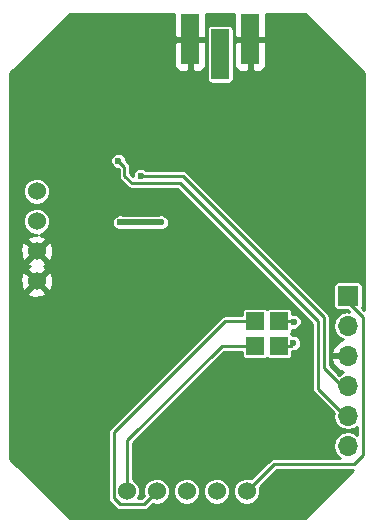
<source format=gbr>
G04 #@! TF.FileFunction,Copper,L2,Bot,Signal*
%FSLAX46Y46*%
G04 Gerber Fmt 4.6, Leading zero omitted, Abs format (unit mm)*
G04 Created by KiCad (PCBNEW 4.0.7-e2-6376~58~ubuntu16.04.1) date Tue Dec  5 16:58:08 2017*
%MOMM*%
%LPD*%
G01*
G04 APERTURE LIST*
%ADD10C,0.100000*%
%ADD11R,1.500000X4.200000*%
%ADD12C,1.524000*%
%ADD13R,1.524000X1.524000*%
%ADD14R,1.700000X1.700000*%
%ADD15O,1.700000X1.700000*%
%ADD16C,0.600000*%
%ADD17C,0.500000*%
%ADD18C,0.250000*%
%ADD19C,0.254000*%
G04 APERTURE END LIST*
D10*
D11*
X144881600Y-79502000D03*
X147421600Y-80772000D03*
X149961600Y-79502000D03*
D12*
X131902200Y-92354400D03*
X131902200Y-94894400D03*
X131902200Y-97434400D03*
X131902200Y-99974400D03*
X139522200Y-117754400D03*
X142062200Y-117754400D03*
X144602200Y-117754400D03*
X147142200Y-117754400D03*
X149682200Y-117754400D03*
D13*
X152384000Y-103378000D03*
X150384000Y-103378000D03*
X152384000Y-105435400D03*
X150384000Y-105435400D03*
D14*
X158242000Y-101219000D03*
D15*
X158242000Y-103759000D03*
X158242000Y-106299000D03*
X158242000Y-108839000D03*
X158242000Y-111379000D03*
X158242000Y-113919000D03*
D16*
X138963400Y-94996000D03*
X142392400Y-94996000D03*
X153644600Y-103403400D03*
X153593800Y-105232200D03*
X140716000Y-91059000D03*
X138811000Y-89789000D03*
D17*
X142392400Y-94996000D02*
X138963400Y-94996000D01*
D18*
X153619200Y-103378000D02*
X151955500Y-103378000D01*
X153644600Y-103403400D02*
X153619200Y-103378000D01*
X142062200Y-117754400D02*
X142062200Y-117779800D01*
X142062200Y-117779800D02*
X140970000Y-118872000D01*
X140970000Y-118872000D02*
X138938000Y-118872000D01*
X138938000Y-118872000D02*
X138430000Y-118364000D01*
X138430000Y-118364000D02*
X138430000Y-112776000D01*
X138430000Y-112776000D02*
X147828000Y-103378000D01*
X147828000Y-103378000D02*
X150384000Y-103378000D01*
X151955500Y-105435400D02*
X153390600Y-105435400D01*
X153390600Y-105435400D02*
X153593800Y-105232200D01*
X139522200Y-117754400D02*
X139522200Y-113461800D01*
X147548600Y-105435400D02*
X150384000Y-105435400D01*
X139522200Y-113461800D02*
X147548600Y-105435400D01*
X139522200Y-117754400D02*
X139573000Y-117754400D01*
X158242000Y-101219000D02*
X158242000Y-101727000D01*
X158242000Y-101727000D02*
X159512000Y-102997000D01*
X159512000Y-102997000D02*
X159512000Y-114681000D01*
X159512000Y-114681000D02*
X158750000Y-115443000D01*
X158750000Y-115443000D02*
X151993600Y-115443000D01*
X151993600Y-115443000D02*
X149682200Y-117754400D01*
X158242000Y-108839000D02*
X157734000Y-108839000D01*
X157734000Y-108839000D02*
X156210000Y-107315000D01*
X156210000Y-107315000D02*
X156210000Y-102997000D01*
X156210000Y-102997000D02*
X144272000Y-91059000D01*
X144272000Y-91059000D02*
X140716000Y-91059000D01*
X155702000Y-109093000D02*
X157988000Y-111379000D01*
X155702000Y-103378000D02*
X155702000Y-109093000D01*
X144018000Y-91694000D02*
X155702000Y-103378000D01*
X139954000Y-91694000D02*
X144018000Y-91694000D01*
X139319000Y-91059000D02*
X139954000Y-91694000D01*
X139319000Y-90297000D02*
X139319000Y-91059000D01*
X138811000Y-89789000D02*
X139319000Y-90297000D01*
X157988000Y-111379000D02*
X158242000Y-111379000D01*
D19*
G36*
X143496600Y-79216250D02*
X143655350Y-79375000D01*
X144754600Y-79375000D01*
X144754600Y-79355000D01*
X145008600Y-79355000D01*
X145008600Y-79375000D01*
X146107850Y-79375000D01*
X146266600Y-79216250D01*
X146266600Y-78672000D01*
X146287215Y-78672000D01*
X146287215Y-82872000D01*
X146313503Y-83011708D01*
X146396070Y-83140020D01*
X146522053Y-83226101D01*
X146671600Y-83256385D01*
X148171600Y-83256385D01*
X148311308Y-83230097D01*
X148439620Y-83147530D01*
X148525701Y-83021547D01*
X148555985Y-82872000D01*
X148555985Y-79787750D01*
X148576600Y-79787750D01*
X148576600Y-81728310D01*
X148673273Y-81961699D01*
X148851902Y-82140327D01*
X149085291Y-82237000D01*
X149675850Y-82237000D01*
X149834600Y-82078250D01*
X149834600Y-79629000D01*
X150088600Y-79629000D01*
X150088600Y-82078250D01*
X150247350Y-82237000D01*
X150837909Y-82237000D01*
X151071298Y-82140327D01*
X151249927Y-81961699D01*
X151346600Y-81728310D01*
X151346600Y-79787750D01*
X151187850Y-79629000D01*
X150088600Y-79629000D01*
X149834600Y-79629000D01*
X148735350Y-79629000D01*
X148576600Y-79787750D01*
X148555985Y-79787750D01*
X148555985Y-78672000D01*
X148529697Y-78532292D01*
X148447130Y-78403980D01*
X148321147Y-78317899D01*
X148171600Y-78287615D01*
X146671600Y-78287615D01*
X146531892Y-78313903D01*
X146403580Y-78396470D01*
X146317499Y-78522453D01*
X146287215Y-78672000D01*
X146266600Y-78672000D01*
X146266600Y-77343000D01*
X148576600Y-77343000D01*
X148576600Y-79216250D01*
X148735350Y-79375000D01*
X149834600Y-79375000D01*
X149834600Y-79355000D01*
X150088600Y-79355000D01*
X150088600Y-79375000D01*
X151187850Y-79375000D01*
X151346600Y-79216250D01*
X151346600Y-77343000D01*
X154633394Y-77343000D01*
X159639000Y-82348606D01*
X159639000Y-102414065D01*
X159445038Y-102220103D01*
X159446101Y-102218547D01*
X159476385Y-102069000D01*
X159476385Y-100369000D01*
X159450097Y-100229292D01*
X159367530Y-100100980D01*
X159241547Y-100014899D01*
X159092000Y-99984615D01*
X157392000Y-99984615D01*
X157252292Y-100010903D01*
X157123980Y-100093470D01*
X157037899Y-100219453D01*
X157007615Y-100369000D01*
X157007615Y-102069000D01*
X157033903Y-102208708D01*
X157116470Y-102337020D01*
X157242453Y-102423101D01*
X157392000Y-102453385D01*
X158258449Y-102453385D01*
X158354700Y-102549636D01*
X158266038Y-102532000D01*
X158217962Y-102532000D01*
X157748409Y-102625400D01*
X157350342Y-102891380D01*
X157084362Y-103289447D01*
X156990962Y-103759000D01*
X157084362Y-104228553D01*
X157350342Y-104626620D01*
X157748409Y-104892600D01*
X157791954Y-104901262D01*
X157360642Y-105103817D01*
X156970355Y-105532076D01*
X156800524Y-105942110D01*
X156921845Y-106172000D01*
X158115000Y-106172000D01*
X158115000Y-106152000D01*
X158369000Y-106152000D01*
X158369000Y-106172000D01*
X158389000Y-106172000D01*
X158389000Y-106426000D01*
X158369000Y-106426000D01*
X158369000Y-106446000D01*
X158115000Y-106446000D01*
X158115000Y-106426000D01*
X156921845Y-106426000D01*
X156800524Y-106655890D01*
X156970355Y-107065924D01*
X157360642Y-107494183D01*
X157791954Y-107696738D01*
X157748409Y-107705400D01*
X157485803Y-107880868D01*
X156712000Y-107107064D01*
X156712000Y-102997005D01*
X156712001Y-102997000D01*
X156673788Y-102804893D01*
X156673787Y-102804892D01*
X156564968Y-102642032D01*
X156564965Y-102642030D01*
X144626968Y-90704032D01*
X144464107Y-90595212D01*
X144272000Y-90556999D01*
X144271995Y-90557000D01*
X141171463Y-90557000D01*
X141099990Y-90485402D01*
X140851254Y-90382118D01*
X140581927Y-90381883D01*
X140333011Y-90484733D01*
X140142402Y-90675010D01*
X140039118Y-90923746D01*
X140038991Y-91069056D01*
X139821000Y-90851064D01*
X139821000Y-90297000D01*
X139782788Y-90104893D01*
X139673968Y-89942032D01*
X139673965Y-89942030D01*
X139488029Y-89756093D01*
X139488117Y-89654927D01*
X139385267Y-89406011D01*
X139194990Y-89215402D01*
X138946254Y-89112118D01*
X138676927Y-89111883D01*
X138428011Y-89214733D01*
X138237402Y-89405010D01*
X138134118Y-89653746D01*
X138133883Y-89923073D01*
X138236733Y-90171989D01*
X138427010Y-90362598D01*
X138675746Y-90465882D01*
X138778036Y-90465971D01*
X138817000Y-90504935D01*
X138817000Y-91058995D01*
X138816999Y-91059000D01*
X138855212Y-91251107D01*
X138964032Y-91413968D01*
X139599030Y-92048965D01*
X139599032Y-92048968D01*
X139718559Y-92128833D01*
X139761893Y-92157788D01*
X139954000Y-92196001D01*
X139954005Y-92196000D01*
X143810064Y-92196000D01*
X155200000Y-103585935D01*
X155200000Y-109092995D01*
X155199999Y-109093000D01*
X155238212Y-109285107D01*
X155347032Y-109447968D01*
X157038595Y-111139531D01*
X156990962Y-111379000D01*
X157084362Y-111848553D01*
X157350342Y-112246620D01*
X157748409Y-112512600D01*
X158217962Y-112606000D01*
X158266038Y-112606000D01*
X158735591Y-112512600D01*
X159010000Y-112329246D01*
X159010000Y-112968754D01*
X158735591Y-112785400D01*
X158266038Y-112692000D01*
X158217962Y-112692000D01*
X157748409Y-112785400D01*
X157350342Y-113051380D01*
X157084362Y-113449447D01*
X156990962Y-113919000D01*
X157084362Y-114388553D01*
X157350342Y-114786620D01*
X157581388Y-114941000D01*
X151993600Y-114941000D01*
X151801492Y-114979212D01*
X151736260Y-115022800D01*
X151638632Y-115088032D01*
X151638630Y-115088035D01*
X150052001Y-116674664D01*
X149909755Y-116615598D01*
X149456633Y-116615203D01*
X149037851Y-116788240D01*
X148717166Y-117108366D01*
X148543398Y-117526845D01*
X148543003Y-117979967D01*
X148716040Y-118398749D01*
X149036166Y-118719434D01*
X149454645Y-118893202D01*
X149907767Y-118893597D01*
X150326549Y-118720560D01*
X150647234Y-118400434D01*
X150821002Y-117981955D01*
X150821397Y-117528833D01*
X150761841Y-117384695D01*
X152201535Y-115945000D01*
X158703394Y-115945000D01*
X154633394Y-120015000D01*
X134672606Y-120015000D01*
X129667000Y-115009394D01*
X129667000Y-112776000D01*
X137927999Y-112776000D01*
X137928000Y-112776005D01*
X137928000Y-118363995D01*
X137927999Y-118364000D01*
X137966212Y-118556107D01*
X138075032Y-118718968D01*
X138583030Y-119226965D01*
X138583032Y-119226968D01*
X138745893Y-119335788D01*
X138938000Y-119374000D01*
X140969995Y-119374000D01*
X140970000Y-119374001D01*
X141162107Y-119335788D01*
X141324968Y-119226968D01*
X141710347Y-118841589D01*
X141834645Y-118893202D01*
X142287767Y-118893597D01*
X142706549Y-118720560D01*
X143027234Y-118400434D01*
X143201002Y-117981955D01*
X143201003Y-117979967D01*
X143463003Y-117979967D01*
X143636040Y-118398749D01*
X143956166Y-118719434D01*
X144374645Y-118893202D01*
X144827767Y-118893597D01*
X145246549Y-118720560D01*
X145567234Y-118400434D01*
X145741002Y-117981955D01*
X145741003Y-117979967D01*
X146003003Y-117979967D01*
X146176040Y-118398749D01*
X146496166Y-118719434D01*
X146914645Y-118893202D01*
X147367767Y-118893597D01*
X147786549Y-118720560D01*
X148107234Y-118400434D01*
X148281002Y-117981955D01*
X148281397Y-117528833D01*
X148108360Y-117110051D01*
X147788234Y-116789366D01*
X147369755Y-116615598D01*
X146916633Y-116615203D01*
X146497851Y-116788240D01*
X146177166Y-117108366D01*
X146003398Y-117526845D01*
X146003003Y-117979967D01*
X145741003Y-117979967D01*
X145741397Y-117528833D01*
X145568360Y-117110051D01*
X145248234Y-116789366D01*
X144829755Y-116615598D01*
X144376633Y-116615203D01*
X143957851Y-116788240D01*
X143637166Y-117108366D01*
X143463398Y-117526845D01*
X143463003Y-117979967D01*
X143201003Y-117979967D01*
X143201397Y-117528833D01*
X143028360Y-117110051D01*
X142708234Y-116789366D01*
X142289755Y-116615598D01*
X141836633Y-116615203D01*
X141417851Y-116788240D01*
X141097166Y-117108366D01*
X140923398Y-117526845D01*
X140923003Y-117979967D01*
X140989986Y-118142078D01*
X140762064Y-118370000D01*
X140499871Y-118370000D01*
X140661002Y-117981955D01*
X140661397Y-117528833D01*
X140488360Y-117110051D01*
X140168234Y-116789366D01*
X140024200Y-116729558D01*
X140024200Y-113669736D01*
X147756535Y-105937400D01*
X149237615Y-105937400D01*
X149237615Y-106197400D01*
X149263903Y-106337108D01*
X149346470Y-106465420D01*
X149472453Y-106551501D01*
X149622000Y-106581785D01*
X151146000Y-106581785D01*
X151285708Y-106555497D01*
X151384893Y-106491673D01*
X151472453Y-106551501D01*
X151622000Y-106581785D01*
X153146000Y-106581785D01*
X153285708Y-106555497D01*
X153414020Y-106472930D01*
X153500101Y-106346947D01*
X153530385Y-106197400D01*
X153530385Y-105909596D01*
X153532642Y-105909147D01*
X153727873Y-105909317D01*
X153976789Y-105806467D01*
X154167398Y-105616190D01*
X154270682Y-105367454D01*
X154270917Y-105098127D01*
X154168067Y-104849211D01*
X153977790Y-104658602D01*
X153729054Y-104555318D01*
X153508130Y-104555125D01*
X153504097Y-104533692D01*
X153421530Y-104405380D01*
X153421138Y-104405112D01*
X153500101Y-104289547D01*
X153530385Y-104140000D01*
X153530385Y-104080300D01*
X153778673Y-104080517D01*
X154027589Y-103977667D01*
X154218198Y-103787390D01*
X154321482Y-103538654D01*
X154321717Y-103269327D01*
X154218867Y-103020411D01*
X154028590Y-102829802D01*
X153779854Y-102726518D01*
X153530385Y-102726300D01*
X153530385Y-102616000D01*
X153504097Y-102476292D01*
X153421530Y-102347980D01*
X153295547Y-102261899D01*
X153146000Y-102231615D01*
X151622000Y-102231615D01*
X151482292Y-102257903D01*
X151383107Y-102321727D01*
X151295547Y-102261899D01*
X151146000Y-102231615D01*
X149622000Y-102231615D01*
X149482292Y-102257903D01*
X149353980Y-102340470D01*
X149267899Y-102466453D01*
X149237615Y-102616000D01*
X149237615Y-102876000D01*
X147828005Y-102876000D01*
X147828000Y-102875999D01*
X147635892Y-102914212D01*
X147473032Y-103023032D01*
X138075032Y-112421032D01*
X137966212Y-112583893D01*
X137927999Y-112776000D01*
X129667000Y-112776000D01*
X129667000Y-100954613D01*
X131101592Y-100954613D01*
X131171057Y-101196797D01*
X131694502Y-101383544D01*
X132249568Y-101355762D01*
X132633343Y-101196797D01*
X132702808Y-100954613D01*
X131902200Y-100154005D01*
X131101592Y-100954613D01*
X129667000Y-100954613D01*
X129667000Y-99766702D01*
X130493056Y-99766702D01*
X130520838Y-100321768D01*
X130679803Y-100705543D01*
X130921987Y-100775008D01*
X131722595Y-99974400D01*
X132081805Y-99974400D01*
X132882413Y-100775008D01*
X133124597Y-100705543D01*
X133311344Y-100182098D01*
X133283562Y-99627032D01*
X133124597Y-99243257D01*
X132882413Y-99173792D01*
X132081805Y-99974400D01*
X131722595Y-99974400D01*
X130921987Y-99173792D01*
X130679803Y-99243257D01*
X130493056Y-99766702D01*
X129667000Y-99766702D01*
X129667000Y-98414613D01*
X131101592Y-98414613D01*
X131171057Y-98656797D01*
X131294544Y-98700853D01*
X131171057Y-98752003D01*
X131101592Y-98994187D01*
X131902200Y-99794795D01*
X132702808Y-98994187D01*
X132633343Y-98752003D01*
X132509856Y-98707947D01*
X132633343Y-98656797D01*
X132702808Y-98414613D01*
X131902200Y-97614005D01*
X131101592Y-98414613D01*
X129667000Y-98414613D01*
X129667000Y-97226702D01*
X130493056Y-97226702D01*
X130520838Y-97781768D01*
X130679803Y-98165543D01*
X130921987Y-98235008D01*
X131722595Y-97434400D01*
X132081805Y-97434400D01*
X132882413Y-98235008D01*
X133124597Y-98165543D01*
X133311344Y-97642098D01*
X133283562Y-97087032D01*
X133124597Y-96703257D01*
X132882413Y-96633792D01*
X132081805Y-97434400D01*
X131722595Y-97434400D01*
X130921987Y-96633792D01*
X130679803Y-96703257D01*
X130493056Y-97226702D01*
X129667000Y-97226702D01*
X129667000Y-95119967D01*
X130763003Y-95119967D01*
X130936040Y-95538749D01*
X131256166Y-95859434D01*
X131674645Y-96033202D01*
X131946409Y-96033439D01*
X131554832Y-96053038D01*
X131171057Y-96212003D01*
X131101592Y-96454187D01*
X131902200Y-97254795D01*
X132702808Y-96454187D01*
X132633343Y-96212003D01*
X132130320Y-96032542D01*
X132546549Y-95860560D01*
X132867234Y-95540434D01*
X133037631Y-95130073D01*
X138286283Y-95130073D01*
X138389133Y-95378989D01*
X138579410Y-95569598D01*
X138828146Y-95672882D01*
X139097473Y-95673117D01*
X139218765Y-95623000D01*
X142137017Y-95623000D01*
X142257146Y-95672882D01*
X142526473Y-95673117D01*
X142775389Y-95570267D01*
X142965998Y-95379990D01*
X143069282Y-95131254D01*
X143069517Y-94861927D01*
X142966667Y-94613011D01*
X142776390Y-94422402D01*
X142527654Y-94319118D01*
X142258327Y-94318883D01*
X142137035Y-94369000D01*
X139218783Y-94369000D01*
X139098654Y-94319118D01*
X138829327Y-94318883D01*
X138580411Y-94421733D01*
X138389802Y-94612010D01*
X138286518Y-94860746D01*
X138286283Y-95130073D01*
X133037631Y-95130073D01*
X133041002Y-95121955D01*
X133041397Y-94668833D01*
X132868360Y-94250051D01*
X132548234Y-93929366D01*
X132129755Y-93755598D01*
X131676633Y-93755203D01*
X131257851Y-93928240D01*
X130937166Y-94248366D01*
X130763398Y-94666845D01*
X130763003Y-95119967D01*
X129667000Y-95119967D01*
X129667000Y-92579967D01*
X130763003Y-92579967D01*
X130936040Y-92998749D01*
X131256166Y-93319434D01*
X131674645Y-93493202D01*
X132127767Y-93493597D01*
X132546549Y-93320560D01*
X132867234Y-93000434D01*
X133041002Y-92581955D01*
X133041397Y-92128833D01*
X132868360Y-91710051D01*
X132548234Y-91389366D01*
X132129755Y-91215598D01*
X131676633Y-91215203D01*
X131257851Y-91388240D01*
X130937166Y-91708366D01*
X130763398Y-92126845D01*
X130763003Y-92579967D01*
X129667000Y-92579967D01*
X129667000Y-82348606D01*
X132227856Y-79787750D01*
X143496600Y-79787750D01*
X143496600Y-81728310D01*
X143593273Y-81961699D01*
X143771902Y-82140327D01*
X144005291Y-82237000D01*
X144595850Y-82237000D01*
X144754600Y-82078250D01*
X144754600Y-79629000D01*
X145008600Y-79629000D01*
X145008600Y-82078250D01*
X145167350Y-82237000D01*
X145757909Y-82237000D01*
X145991298Y-82140327D01*
X146169927Y-81961699D01*
X146266600Y-81728310D01*
X146266600Y-79787750D01*
X146107850Y-79629000D01*
X145008600Y-79629000D01*
X144754600Y-79629000D01*
X143655350Y-79629000D01*
X143496600Y-79787750D01*
X132227856Y-79787750D01*
X134672606Y-77343000D01*
X143496600Y-77343000D01*
X143496600Y-79216250D01*
X143496600Y-79216250D01*
G37*
X143496600Y-79216250D02*
X143655350Y-79375000D01*
X144754600Y-79375000D01*
X144754600Y-79355000D01*
X145008600Y-79355000D01*
X145008600Y-79375000D01*
X146107850Y-79375000D01*
X146266600Y-79216250D01*
X146266600Y-78672000D01*
X146287215Y-78672000D01*
X146287215Y-82872000D01*
X146313503Y-83011708D01*
X146396070Y-83140020D01*
X146522053Y-83226101D01*
X146671600Y-83256385D01*
X148171600Y-83256385D01*
X148311308Y-83230097D01*
X148439620Y-83147530D01*
X148525701Y-83021547D01*
X148555985Y-82872000D01*
X148555985Y-79787750D01*
X148576600Y-79787750D01*
X148576600Y-81728310D01*
X148673273Y-81961699D01*
X148851902Y-82140327D01*
X149085291Y-82237000D01*
X149675850Y-82237000D01*
X149834600Y-82078250D01*
X149834600Y-79629000D01*
X150088600Y-79629000D01*
X150088600Y-82078250D01*
X150247350Y-82237000D01*
X150837909Y-82237000D01*
X151071298Y-82140327D01*
X151249927Y-81961699D01*
X151346600Y-81728310D01*
X151346600Y-79787750D01*
X151187850Y-79629000D01*
X150088600Y-79629000D01*
X149834600Y-79629000D01*
X148735350Y-79629000D01*
X148576600Y-79787750D01*
X148555985Y-79787750D01*
X148555985Y-78672000D01*
X148529697Y-78532292D01*
X148447130Y-78403980D01*
X148321147Y-78317899D01*
X148171600Y-78287615D01*
X146671600Y-78287615D01*
X146531892Y-78313903D01*
X146403580Y-78396470D01*
X146317499Y-78522453D01*
X146287215Y-78672000D01*
X146266600Y-78672000D01*
X146266600Y-77343000D01*
X148576600Y-77343000D01*
X148576600Y-79216250D01*
X148735350Y-79375000D01*
X149834600Y-79375000D01*
X149834600Y-79355000D01*
X150088600Y-79355000D01*
X150088600Y-79375000D01*
X151187850Y-79375000D01*
X151346600Y-79216250D01*
X151346600Y-77343000D01*
X154633394Y-77343000D01*
X159639000Y-82348606D01*
X159639000Y-102414065D01*
X159445038Y-102220103D01*
X159446101Y-102218547D01*
X159476385Y-102069000D01*
X159476385Y-100369000D01*
X159450097Y-100229292D01*
X159367530Y-100100980D01*
X159241547Y-100014899D01*
X159092000Y-99984615D01*
X157392000Y-99984615D01*
X157252292Y-100010903D01*
X157123980Y-100093470D01*
X157037899Y-100219453D01*
X157007615Y-100369000D01*
X157007615Y-102069000D01*
X157033903Y-102208708D01*
X157116470Y-102337020D01*
X157242453Y-102423101D01*
X157392000Y-102453385D01*
X158258449Y-102453385D01*
X158354700Y-102549636D01*
X158266038Y-102532000D01*
X158217962Y-102532000D01*
X157748409Y-102625400D01*
X157350342Y-102891380D01*
X157084362Y-103289447D01*
X156990962Y-103759000D01*
X157084362Y-104228553D01*
X157350342Y-104626620D01*
X157748409Y-104892600D01*
X157791954Y-104901262D01*
X157360642Y-105103817D01*
X156970355Y-105532076D01*
X156800524Y-105942110D01*
X156921845Y-106172000D01*
X158115000Y-106172000D01*
X158115000Y-106152000D01*
X158369000Y-106152000D01*
X158369000Y-106172000D01*
X158389000Y-106172000D01*
X158389000Y-106426000D01*
X158369000Y-106426000D01*
X158369000Y-106446000D01*
X158115000Y-106446000D01*
X158115000Y-106426000D01*
X156921845Y-106426000D01*
X156800524Y-106655890D01*
X156970355Y-107065924D01*
X157360642Y-107494183D01*
X157791954Y-107696738D01*
X157748409Y-107705400D01*
X157485803Y-107880868D01*
X156712000Y-107107064D01*
X156712000Y-102997005D01*
X156712001Y-102997000D01*
X156673788Y-102804893D01*
X156673787Y-102804892D01*
X156564968Y-102642032D01*
X156564965Y-102642030D01*
X144626968Y-90704032D01*
X144464107Y-90595212D01*
X144272000Y-90556999D01*
X144271995Y-90557000D01*
X141171463Y-90557000D01*
X141099990Y-90485402D01*
X140851254Y-90382118D01*
X140581927Y-90381883D01*
X140333011Y-90484733D01*
X140142402Y-90675010D01*
X140039118Y-90923746D01*
X140038991Y-91069056D01*
X139821000Y-90851064D01*
X139821000Y-90297000D01*
X139782788Y-90104893D01*
X139673968Y-89942032D01*
X139673965Y-89942030D01*
X139488029Y-89756093D01*
X139488117Y-89654927D01*
X139385267Y-89406011D01*
X139194990Y-89215402D01*
X138946254Y-89112118D01*
X138676927Y-89111883D01*
X138428011Y-89214733D01*
X138237402Y-89405010D01*
X138134118Y-89653746D01*
X138133883Y-89923073D01*
X138236733Y-90171989D01*
X138427010Y-90362598D01*
X138675746Y-90465882D01*
X138778036Y-90465971D01*
X138817000Y-90504935D01*
X138817000Y-91058995D01*
X138816999Y-91059000D01*
X138855212Y-91251107D01*
X138964032Y-91413968D01*
X139599030Y-92048965D01*
X139599032Y-92048968D01*
X139718559Y-92128833D01*
X139761893Y-92157788D01*
X139954000Y-92196001D01*
X139954005Y-92196000D01*
X143810064Y-92196000D01*
X155200000Y-103585935D01*
X155200000Y-109092995D01*
X155199999Y-109093000D01*
X155238212Y-109285107D01*
X155347032Y-109447968D01*
X157038595Y-111139531D01*
X156990962Y-111379000D01*
X157084362Y-111848553D01*
X157350342Y-112246620D01*
X157748409Y-112512600D01*
X158217962Y-112606000D01*
X158266038Y-112606000D01*
X158735591Y-112512600D01*
X159010000Y-112329246D01*
X159010000Y-112968754D01*
X158735591Y-112785400D01*
X158266038Y-112692000D01*
X158217962Y-112692000D01*
X157748409Y-112785400D01*
X157350342Y-113051380D01*
X157084362Y-113449447D01*
X156990962Y-113919000D01*
X157084362Y-114388553D01*
X157350342Y-114786620D01*
X157581388Y-114941000D01*
X151993600Y-114941000D01*
X151801492Y-114979212D01*
X151736260Y-115022800D01*
X151638632Y-115088032D01*
X151638630Y-115088035D01*
X150052001Y-116674664D01*
X149909755Y-116615598D01*
X149456633Y-116615203D01*
X149037851Y-116788240D01*
X148717166Y-117108366D01*
X148543398Y-117526845D01*
X148543003Y-117979967D01*
X148716040Y-118398749D01*
X149036166Y-118719434D01*
X149454645Y-118893202D01*
X149907767Y-118893597D01*
X150326549Y-118720560D01*
X150647234Y-118400434D01*
X150821002Y-117981955D01*
X150821397Y-117528833D01*
X150761841Y-117384695D01*
X152201535Y-115945000D01*
X158703394Y-115945000D01*
X154633394Y-120015000D01*
X134672606Y-120015000D01*
X129667000Y-115009394D01*
X129667000Y-112776000D01*
X137927999Y-112776000D01*
X137928000Y-112776005D01*
X137928000Y-118363995D01*
X137927999Y-118364000D01*
X137966212Y-118556107D01*
X138075032Y-118718968D01*
X138583030Y-119226965D01*
X138583032Y-119226968D01*
X138745893Y-119335788D01*
X138938000Y-119374000D01*
X140969995Y-119374000D01*
X140970000Y-119374001D01*
X141162107Y-119335788D01*
X141324968Y-119226968D01*
X141710347Y-118841589D01*
X141834645Y-118893202D01*
X142287767Y-118893597D01*
X142706549Y-118720560D01*
X143027234Y-118400434D01*
X143201002Y-117981955D01*
X143201003Y-117979967D01*
X143463003Y-117979967D01*
X143636040Y-118398749D01*
X143956166Y-118719434D01*
X144374645Y-118893202D01*
X144827767Y-118893597D01*
X145246549Y-118720560D01*
X145567234Y-118400434D01*
X145741002Y-117981955D01*
X145741003Y-117979967D01*
X146003003Y-117979967D01*
X146176040Y-118398749D01*
X146496166Y-118719434D01*
X146914645Y-118893202D01*
X147367767Y-118893597D01*
X147786549Y-118720560D01*
X148107234Y-118400434D01*
X148281002Y-117981955D01*
X148281397Y-117528833D01*
X148108360Y-117110051D01*
X147788234Y-116789366D01*
X147369755Y-116615598D01*
X146916633Y-116615203D01*
X146497851Y-116788240D01*
X146177166Y-117108366D01*
X146003398Y-117526845D01*
X146003003Y-117979967D01*
X145741003Y-117979967D01*
X145741397Y-117528833D01*
X145568360Y-117110051D01*
X145248234Y-116789366D01*
X144829755Y-116615598D01*
X144376633Y-116615203D01*
X143957851Y-116788240D01*
X143637166Y-117108366D01*
X143463398Y-117526845D01*
X143463003Y-117979967D01*
X143201003Y-117979967D01*
X143201397Y-117528833D01*
X143028360Y-117110051D01*
X142708234Y-116789366D01*
X142289755Y-116615598D01*
X141836633Y-116615203D01*
X141417851Y-116788240D01*
X141097166Y-117108366D01*
X140923398Y-117526845D01*
X140923003Y-117979967D01*
X140989986Y-118142078D01*
X140762064Y-118370000D01*
X140499871Y-118370000D01*
X140661002Y-117981955D01*
X140661397Y-117528833D01*
X140488360Y-117110051D01*
X140168234Y-116789366D01*
X140024200Y-116729558D01*
X140024200Y-113669736D01*
X147756535Y-105937400D01*
X149237615Y-105937400D01*
X149237615Y-106197400D01*
X149263903Y-106337108D01*
X149346470Y-106465420D01*
X149472453Y-106551501D01*
X149622000Y-106581785D01*
X151146000Y-106581785D01*
X151285708Y-106555497D01*
X151384893Y-106491673D01*
X151472453Y-106551501D01*
X151622000Y-106581785D01*
X153146000Y-106581785D01*
X153285708Y-106555497D01*
X153414020Y-106472930D01*
X153500101Y-106346947D01*
X153530385Y-106197400D01*
X153530385Y-105909596D01*
X153532642Y-105909147D01*
X153727873Y-105909317D01*
X153976789Y-105806467D01*
X154167398Y-105616190D01*
X154270682Y-105367454D01*
X154270917Y-105098127D01*
X154168067Y-104849211D01*
X153977790Y-104658602D01*
X153729054Y-104555318D01*
X153508130Y-104555125D01*
X153504097Y-104533692D01*
X153421530Y-104405380D01*
X153421138Y-104405112D01*
X153500101Y-104289547D01*
X153530385Y-104140000D01*
X153530385Y-104080300D01*
X153778673Y-104080517D01*
X154027589Y-103977667D01*
X154218198Y-103787390D01*
X154321482Y-103538654D01*
X154321717Y-103269327D01*
X154218867Y-103020411D01*
X154028590Y-102829802D01*
X153779854Y-102726518D01*
X153530385Y-102726300D01*
X153530385Y-102616000D01*
X153504097Y-102476292D01*
X153421530Y-102347980D01*
X153295547Y-102261899D01*
X153146000Y-102231615D01*
X151622000Y-102231615D01*
X151482292Y-102257903D01*
X151383107Y-102321727D01*
X151295547Y-102261899D01*
X151146000Y-102231615D01*
X149622000Y-102231615D01*
X149482292Y-102257903D01*
X149353980Y-102340470D01*
X149267899Y-102466453D01*
X149237615Y-102616000D01*
X149237615Y-102876000D01*
X147828005Y-102876000D01*
X147828000Y-102875999D01*
X147635892Y-102914212D01*
X147473032Y-103023032D01*
X138075032Y-112421032D01*
X137966212Y-112583893D01*
X137927999Y-112776000D01*
X129667000Y-112776000D01*
X129667000Y-100954613D01*
X131101592Y-100954613D01*
X131171057Y-101196797D01*
X131694502Y-101383544D01*
X132249568Y-101355762D01*
X132633343Y-101196797D01*
X132702808Y-100954613D01*
X131902200Y-100154005D01*
X131101592Y-100954613D01*
X129667000Y-100954613D01*
X129667000Y-99766702D01*
X130493056Y-99766702D01*
X130520838Y-100321768D01*
X130679803Y-100705543D01*
X130921987Y-100775008D01*
X131722595Y-99974400D01*
X132081805Y-99974400D01*
X132882413Y-100775008D01*
X133124597Y-100705543D01*
X133311344Y-100182098D01*
X133283562Y-99627032D01*
X133124597Y-99243257D01*
X132882413Y-99173792D01*
X132081805Y-99974400D01*
X131722595Y-99974400D01*
X130921987Y-99173792D01*
X130679803Y-99243257D01*
X130493056Y-99766702D01*
X129667000Y-99766702D01*
X129667000Y-98414613D01*
X131101592Y-98414613D01*
X131171057Y-98656797D01*
X131294544Y-98700853D01*
X131171057Y-98752003D01*
X131101592Y-98994187D01*
X131902200Y-99794795D01*
X132702808Y-98994187D01*
X132633343Y-98752003D01*
X132509856Y-98707947D01*
X132633343Y-98656797D01*
X132702808Y-98414613D01*
X131902200Y-97614005D01*
X131101592Y-98414613D01*
X129667000Y-98414613D01*
X129667000Y-97226702D01*
X130493056Y-97226702D01*
X130520838Y-97781768D01*
X130679803Y-98165543D01*
X130921987Y-98235008D01*
X131722595Y-97434400D01*
X132081805Y-97434400D01*
X132882413Y-98235008D01*
X133124597Y-98165543D01*
X133311344Y-97642098D01*
X133283562Y-97087032D01*
X133124597Y-96703257D01*
X132882413Y-96633792D01*
X132081805Y-97434400D01*
X131722595Y-97434400D01*
X130921987Y-96633792D01*
X130679803Y-96703257D01*
X130493056Y-97226702D01*
X129667000Y-97226702D01*
X129667000Y-95119967D01*
X130763003Y-95119967D01*
X130936040Y-95538749D01*
X131256166Y-95859434D01*
X131674645Y-96033202D01*
X131946409Y-96033439D01*
X131554832Y-96053038D01*
X131171057Y-96212003D01*
X131101592Y-96454187D01*
X131902200Y-97254795D01*
X132702808Y-96454187D01*
X132633343Y-96212003D01*
X132130320Y-96032542D01*
X132546549Y-95860560D01*
X132867234Y-95540434D01*
X133037631Y-95130073D01*
X138286283Y-95130073D01*
X138389133Y-95378989D01*
X138579410Y-95569598D01*
X138828146Y-95672882D01*
X139097473Y-95673117D01*
X139218765Y-95623000D01*
X142137017Y-95623000D01*
X142257146Y-95672882D01*
X142526473Y-95673117D01*
X142775389Y-95570267D01*
X142965998Y-95379990D01*
X143069282Y-95131254D01*
X143069517Y-94861927D01*
X142966667Y-94613011D01*
X142776390Y-94422402D01*
X142527654Y-94319118D01*
X142258327Y-94318883D01*
X142137035Y-94369000D01*
X139218783Y-94369000D01*
X139098654Y-94319118D01*
X138829327Y-94318883D01*
X138580411Y-94421733D01*
X138389802Y-94612010D01*
X138286518Y-94860746D01*
X138286283Y-95130073D01*
X133037631Y-95130073D01*
X133041002Y-95121955D01*
X133041397Y-94668833D01*
X132868360Y-94250051D01*
X132548234Y-93929366D01*
X132129755Y-93755598D01*
X131676633Y-93755203D01*
X131257851Y-93928240D01*
X130937166Y-94248366D01*
X130763398Y-94666845D01*
X130763003Y-95119967D01*
X129667000Y-95119967D01*
X129667000Y-92579967D01*
X130763003Y-92579967D01*
X130936040Y-92998749D01*
X131256166Y-93319434D01*
X131674645Y-93493202D01*
X132127767Y-93493597D01*
X132546549Y-93320560D01*
X132867234Y-93000434D01*
X133041002Y-92581955D01*
X133041397Y-92128833D01*
X132868360Y-91710051D01*
X132548234Y-91389366D01*
X132129755Y-91215598D01*
X131676633Y-91215203D01*
X131257851Y-91388240D01*
X130937166Y-91708366D01*
X130763398Y-92126845D01*
X130763003Y-92579967D01*
X129667000Y-92579967D01*
X129667000Y-82348606D01*
X132227856Y-79787750D01*
X143496600Y-79787750D01*
X143496600Y-81728310D01*
X143593273Y-81961699D01*
X143771902Y-82140327D01*
X144005291Y-82237000D01*
X144595850Y-82237000D01*
X144754600Y-82078250D01*
X144754600Y-79629000D01*
X145008600Y-79629000D01*
X145008600Y-82078250D01*
X145167350Y-82237000D01*
X145757909Y-82237000D01*
X145991298Y-82140327D01*
X146169927Y-81961699D01*
X146266600Y-81728310D01*
X146266600Y-79787750D01*
X146107850Y-79629000D01*
X145008600Y-79629000D01*
X144754600Y-79629000D01*
X143655350Y-79629000D01*
X143496600Y-79787750D01*
X132227856Y-79787750D01*
X134672606Y-77343000D01*
X143496600Y-77343000D01*
X143496600Y-79216250D01*
M02*

</source>
